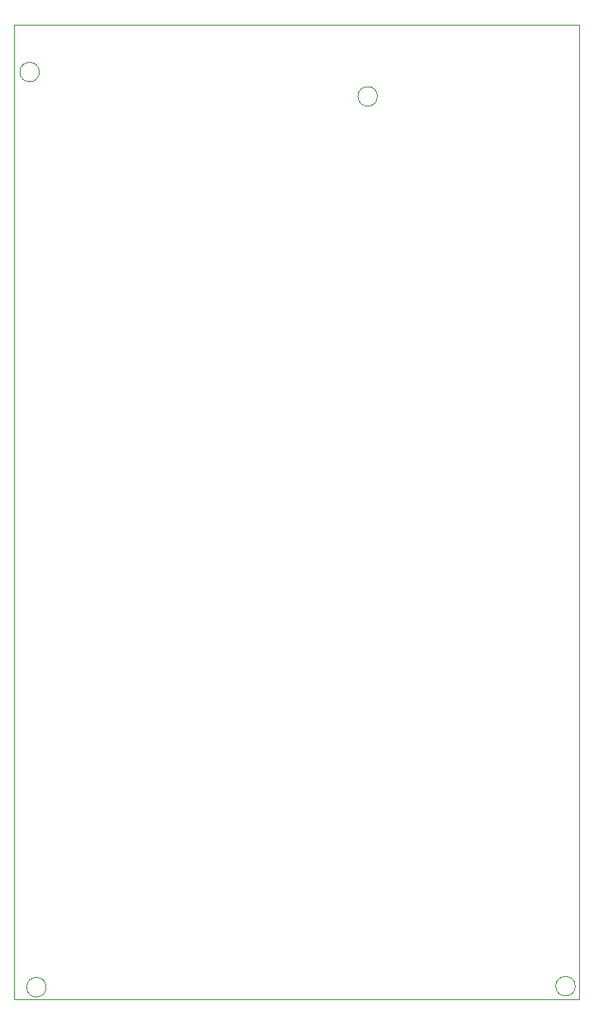
<source format=gbr>
%TF.GenerationSoftware,KiCad,Pcbnew,9.0.6*%
%TF.CreationDate,2026-01-12T21:07:25-05:00*%
%TF.ProjectId,BioPad,42696f50-6164-42e6-9b69-6361645f7063,rev?*%
%TF.SameCoordinates,Original*%
%TF.FileFunction,Profile,NP*%
%FSLAX46Y46*%
G04 Gerber Fmt 4.6, Leading zero omitted, Abs format (unit mm)*
G04 Created by KiCad (PCBNEW 9.0.6) date 2026-01-12 21:07:25*
%MOMM*%
%LPD*%
G01*
G04 APERTURE LIST*
%TA.AperFunction,Profile*%
%ADD10C,0.050000*%
%TD*%
G04 APERTURE END LIST*
D10*
X175100000Y-52300000D02*
G75*
G02*
X173100000Y-52300000I-1000000J0D01*
G01*
X173100000Y-52300000D02*
G75*
G02*
X175100000Y-52300000I1000000J0D01*
G01*
X209800000Y-54800000D02*
G75*
G02*
X207800000Y-54800000I-1000000J0D01*
G01*
X207800000Y-54800000D02*
G75*
G02*
X209800000Y-54800000I1000000J0D01*
G01*
X230100000Y-146100000D02*
G75*
G02*
X228100000Y-146100000I-1000000J0D01*
G01*
X228100000Y-146100000D02*
G75*
G02*
X230100000Y-146100000I1000000J0D01*
G01*
X172540000Y-47455000D02*
X230525000Y-47455000D01*
X230525000Y-147455000D01*
X172540000Y-147455000D01*
X172540000Y-47455000D01*
X175800000Y-146200000D02*
G75*
G02*
X173800000Y-146200000I-1000000J0D01*
G01*
X173800000Y-146200000D02*
G75*
G02*
X175800000Y-146200000I1000000J0D01*
G01*
M02*

</source>
